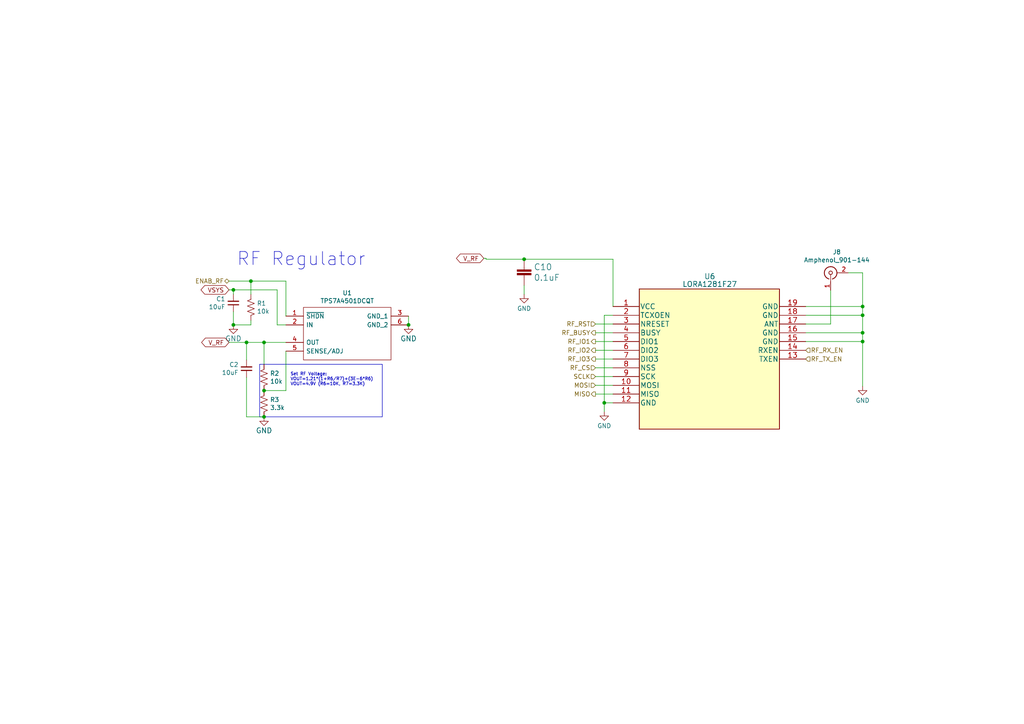
<source format=kicad_sch>
(kicad_sch (version 20231120) (generator "eeschema") (generator_version "8.0")
  (paper "A4")
  (title_block (title "PiCoral") (date "2024-08-07") (rev "1.0.0") (company "Stanford Student Space Initiative") (comment 1 "RE: Flynn Dreilinger"))
  (lib_symbols
    (symbol "Connector:Conn_Coaxial" (pin_names (offset 1.016) hide)
      (property "Reference" "J" (at 0.254 3.048 0))
      (property "Value" "Conn_Coaxial" (at 2.921 0 90))
      (symbol "Conn_Coaxial_0_1"
        (arc (start -1.778 -0.508) (mid 0.2311 -1.8066) (end 1.778 0) (stroke (width 0.254)))
        (polyline (pts (xy -2.54 0) (xy -0.508 0)))
        (polyline (pts (xy 0 -2.54) (xy 0 -1.778)))
        (circle (center 0 0) (radius 0.508) (stroke (width 0.2032)))
        (arc (start 1.778 0) (mid 0.2099 1.8101) (end -1.778 0.508) (stroke (width 0.254)))
      )
      (symbol "Conn_Coaxial_1_1"
        (pin passive line (at -5.08 0 0) (length 2.54) (name "In") (number "1"))
        (pin passive line (at 0 -5.08 90) (length 2.54) (name "Ext") (number "2"))
      )
    )
    (symbol "Device:C_Small" (pin_numbers hide) (pin_names (offset 0.254) hide)
      (property "Reference" "C" (at 0.254 1.778 0))
      (property "Value" "C_Small" (at 0.254 -2.032 0))
      (symbol "C_Small_0_1"
        (polyline (pts (xy -1.524 -0.508) (xy 1.524 -0.508)) (stroke (width 0.3302)))
        (polyline (pts (xy -1.524 0.508) (xy 1.524 0.508)) (stroke (width 0.3048)))
      )
      (symbol "C_Small_1_1"
        (pin passive line (at 0 2.54 270) (length 2.032) (name "~") (number "1"))
        (pin passive line (at 0 -2.54 90) (length 2.032) (name "~") (number "2"))
      )
    )
    (symbol "Device:R_US" (pin_numbers hide) (pin_names (offset 0))
      (property "Reference" "R" (at 2.54 0 90))
      (property "Value" "R_US" (at -2.54 0 90))
      (symbol "R_US_0_1"
        (polyline (pts (xy 0 -2.286) (xy 0 -2.54)))
        (polyline (pts (xy 0 2.286) (xy 0 2.54)))
        (polyline (pts (xy 0 -0.762) (xy 1.016 -1.143) (xy 0 -1.524) (xy -1.016 -1.905) (xy 0 -2.286)))
        (polyline (pts (xy 0 0.762) (xy 1.016 0.381) (xy 0 0) (xy -1.016 -0.381) (xy 0 -0.762)))
        (polyline (pts (xy 0 2.286) (xy 1.016 1.905) (xy 0 1.524) (xy -1.016 1.143) (xy 0 0.762)))
      )
      (symbol "R_US_1_1"
        (pin passive line (at 0 3.81 270) (length 1.27) (name "~") (number "1"))
        (pin passive line (at 0 -3.81 90) (length 1.27) (name "~") (number "2"))
      )
    )
    (symbol "mainboard:1.0UF-0603-16V-10%" (pin_names (offset 1.016))
      (property "Reference" "C" (at 1.524 2.921 0))
      (property "Value" "1.0UF-0603-16V-10%" (at 1.524 -2.159 0))
      (symbol "1.0UF-0603-16V-10%_1_0"
        (rectangle (start -2.032 0.508) (end 2.032 1.016) (fill (type outline)))
        (rectangle (start -2.032 1.524) (end 2.032 2.032) (fill (type outline)))
        (polyline (pts (xy 0 0) (xy 0 0.508)))
        (polyline (pts (xy 0 2.54) (xy 0 2.032)))
        (pin passive line (at 0 5.08 270) (length 2.54) (name "1") (number "1"))
        (pin passive line (at 0 -2.54 90) (length 2.54) (name "2") (number "2"))
      )
    )
    (symbol "mainboard:TPS7A4501DCQT" (pin_names (offset 0.762))
      (property "Reference" "IC" (at 31.75 7.62 0))
      (property "Value" "TPS7A4501DCQT" (at 31.75 5.08 0))
      (symbol "TPS7A4501DCQT_0_0"
        (pin passive line (at 0 0 0) (length 5.08) (name "~{SHDN}") (number "1"))
        (pin input line (at 0 -2.54 0) (length 5.08) (name "IN") (number "2"))
        (pin power_in line (at 35.56 0 180) (length 5.08) (name "GND_1") (number "3"))
        (pin passive line (at 0 -10.16 0) (length 5.08) (name "SENSE/ADJ") (number "5"))
        (pin power_in line (at 35.56 -2.54 180) (length 5.08) (name "GND_2") (number "6"))
      )
      (symbol "TPS7A4501DCQT_0_1"
        (polyline (pts (xy 5.08 2.54) (xy 30.48 2.54) (xy 30.48 -12.7) (xy 5.08 -12.7) (xy 5.08 2.54)) (stroke (width 0.1524)))
      )
      (symbol "TPS7A4501DCQT_1_0"
        (pin power_out line (at 0 -7.62 0) (length 5.08) (name "OUT") (number "4"))
      )
    )
    (symbol "power:GND" (power) (pin_names (offset 0))
      (property "Value" "GND" (at 0 -3.81 0))
      (symbol "GND_0_1"
        (polyline (pts (xy 0 0) (xy 0 -1.27) (xy 1.27 -1.27) (xy 0 -2.54) (xy -1.27 -1.27) (xy 0 -1.27)))
      )
      (symbol "GND_1_1"
        (pin power_in line (at 0 0 270) (length 0) hide (name "GND") (number "1"))
      )
    )
    (symbol "rpi_interface:LORA1280F27-TCXO" (pin_names (offset 0.254))
      (property "Reference" "U6" (at 28.067 8.7312 0))
      (property "Value" "LORA1280F27-TCXO" (at 28.067 6.477 0))
      (symbol "LORA1280F27-TCXO_1_0"
        (pin bidirectional line (at 55.88 -5.08 180) (length 7.62) (name "ANT") (number "17"))
      )
      (symbol "LORA1280F27-TCXO_1_1"
        (rectangle (start 7.62 5.08) (end 48.26 -35.56) (stroke (width 0.254)) (fill (type background)))
        (pin power_in line (at 0 0 0) (length 7.62) (name "VCC") (number "1"))
        (pin input line (at 0 -22.86 0) (length 7.62) (name "MOSI") (number "10"))
        (pin output line (at 0 -25.4 0) (length 7.62) (name "MISO") (number "11"))
        (pin power_in line (at 0 -27.94 0) (length 7.62) (name "GND") (number "12"))
        (pin input line (at 55.88 -15.24 180) (length 7.62) (name "TXEN") (number "13"))
        (pin input line (at 55.88 -12.7 180) (length 7.62) (name "RXEN") (number "14"))
        (pin power_in line (at 55.88 -10.16 180) (length 7.62) (name "GND") (number "15"))
        (pin power_in line (at 55.88 -7.62 180) (length 7.62) (name "GND") (number "16"))
        (pin power_in line (at 55.88 -2.54 180) (length 7.62) (name "GND") (number "18"))
        (pin power_in line (at 55.88 0 180) (length 7.62) (name "GND") (number "19"))
        (pin input line (at 0 -2.54 0) (length 7.62) (name "TCXOEN") (number "2"))
        (pin input line (at 0 -5.08 0) (length 7.62) (name "NRESET") (number "3"))
        (pin output line (at 0 -7.62 0) (length 7.62) (name "BUSY") (number "4"))
        (pin output line (at 0 -10.16 0) (length 7.62) (name "DIO1") (number "5"))
        (pin output line (at 0 -12.7 0) (length 7.62) (name "DIO2") (number "6"))
        (pin output line (at 0 -15.24 0) (length 7.62) (name "DIO3") (number "7"))
        (pin input line (at 0 -17.78 0) (length 7.62) (name "NSS") (number "8"))
        (pin input line (at 0 -20.32 0) (length 7.62) (name "SCK") (number "9"))
      )
    )
  )
  (junction (at 175.26 116.84))
  (junction (at 71.501 99.314))
  (junction (at 76.581 113.284))
  (junction (at 250.19 88.9))
  (junction (at 250.19 91.44))
  (junction (at 152.019 75.184))
  (junction (at 72.771 81.534))
  (junction (at 76.581 120.904))
  (junction (at 67.691 84.074))
  (junction (at 250.19 96.52))
  (junction (at 76.581 99.314))
  (junction (at 67.691 94.234))
  (junction (at 250.19 99.06))
  (junction (at 118.491 94.234))
  (wire (pts (xy 67.691 84.074) (xy 80.391 84.074)))
  (wire (pts (xy 80.391 94.234) (xy 82.931 94.234)))
  (wire (pts (xy 71.501 99.314) (xy 76.581 99.314)))
  (wire (pts (xy 250.19 99.06) (xy 250.19 112.014)))
  (polyline (pts (xy 110.871 120.904) (xy 110.871 105.664)))
  (wire (pts (xy 72.771 81.534) (xy 66.421 81.534)))
  (wire (pts (xy 140.97 75.184) (xy 152.019 75.184)))
  (wire (pts (xy 172.72 104.14) (xy 177.8 104.14)))
  (wire (pts (xy 172.72 96.52) (xy 177.8 96.52)))
  (wire (pts (xy 76.581 99.314) (xy 82.931 99.314)))
  (wire (pts (xy 71.501 109.474) (xy 71.501 120.904)))
  (wire (pts (xy 172.72 114.3) (xy 177.8 114.3)))
  (wire (pts (xy 175.26 116.84) (xy 175.26 119.38)))
  (wire (pts (xy 67.691 90.424) (xy 67.691 94.234)))
  (wire (pts (xy 250.19 79.121) (xy 245.999 79.121)))
  (wire (pts (xy 250.19 79.121) (xy 250.19 88.9)))
  (wire (pts (xy 72.771 92.964) (xy 72.771 94.234)))
  (wire (pts (xy 82.931 81.534) (xy 72.771 81.534)))
  (wire (pts (xy 172.72 101.6) (xy 177.8 101.6)))
  (wire (pts (xy 177.8 116.84) (xy 175.26 116.84)))
  (wire (pts (xy 76.581 105.664) (xy 76.581 99.314)))
  (wire (pts (xy 72.771 81.534) (xy 72.771 85.344)))
  (wire (pts (xy 82.931 81.534) (xy 82.931 91.694)))
  (wire (pts (xy 82.931 113.284) (xy 82.931 101.854)))
  (wire (pts (xy 71.501 104.394) (xy 71.501 99.314)))
  (wire (pts (xy 71.501 120.904) (xy 76.581 120.904)))
  (wire (pts (xy 240.919 84.201) (xy 240.919 93.98)))
  (wire (pts (xy 172.72 93.98) (xy 177.8 93.98)))
  (polyline (pts (xy 75.311 105.664) (xy 75.311 120.904)))
  (wire (pts (xy 233.68 96.52) (xy 250.19 96.52)))
  (wire (pts (xy 72.771 94.234) (xy 67.691 94.234)))
  (wire (pts (xy 118.491 94.234) (xy 118.491 91.694)))
  (wire (pts (xy 152.019 82.804) (xy 152.019 85.344)))
  (wire (pts (xy 177.8 91.44) (xy 175.26 91.44)))
  (wire (pts (xy 175.26 91.44) (xy 175.26 116.84)))
  (wire (pts (xy 140.97 74.93) (xy 140.97 75.184)))
  (polyline (pts (xy 110.871 105.664) (xy 75.311 105.664)))
  (wire (pts (xy 177.8 75.184) (xy 177.8 88.9)))
  (wire (pts (xy 233.68 93.98) (xy 240.919 93.98)))
  (wire (pts (xy 172.72 106.68) (xy 177.8 106.68)))
  (wire (pts (xy 250.19 91.44) (xy 250.19 96.52)))
  (wire (pts (xy 233.68 88.9) (xy 250.19 88.9)))
  (wire (pts (xy 172.72 109.22) (xy 177.8 109.22)))
  (wire (pts (xy 172.72 111.76) (xy 177.8 111.76)))
  (wire (pts (xy 250.19 96.52) (xy 250.19 99.06)))
  (polyline (pts (xy 75.311 120.904) (xy 110.871 120.904)))
  (wire (pts (xy 152.019 75.184) (xy 177.8 75.184)))
  (wire (pts (xy 80.391 84.074) (xy 80.391 94.234)))
  (wire (pts (xy 140.335 74.93) (xy 140.97 74.93)))
  (wire (pts (xy 172.72 99.06) (xy 177.8 99.06)))
  (wire (pts (xy 67.691 84.074) (xy 67.691 85.344)))
  (wire (pts (xy 66.421 99.314) (xy 71.501 99.314)))
  (wire (pts (xy 233.68 91.44) (xy 250.19 91.44)))
  (wire (pts (xy 250.19 88.9) (xy 250.19 91.44)))
  (wire (pts (xy 233.68 99.06) (xy 250.19 99.06)))
  (wire (pts (xy 66.421 84.074) (xy 67.691 84.074)))
  (wire (pts (xy 76.581 113.284) (xy 82.931 113.284)))
  (text "RF Regulator" (at 68.58 77.47 0) (effects (font (size 3.81 3.81)) (justify left bottom)))
  (text "Set RF Voltage:\nVOUT=1.21*(1+R6/R7)+(3E-6*R6)\nVOUT=4.9V (R6=10K, R7=3.3K)\n" (at 84.201 112.014 0) (effects (font (size 0.889 0.889)) (justify left bottom)))
  (global_label "VSYS" (shape bidirectional) (at 66.421 84.074 180) (property "Intersheetrefs" "${INTERSHEET_REFS}" (effects (hide yes))))
  (global_label "V_RF" (shape bidirectional) (at 140.335 74.93 180) (property "Intersheetrefs" "${INTERSHEET_REFS}" (effects (hide yes))))
  (global_label "V_RF" (shape bidirectional) (at 66.421 99.314 180) (property "Intersheetrefs" "${INTERSHEET_REFS}" (effects (hide yes))))
  (hierarchical_label "MOSI" (shape input) (at 172.72 111.76 180))
  (hierarchical_label "RF_TX_EN" (shape input) (at 233.68 104.14 0))
  (hierarchical_label "RF_RST" (shape input) (at 172.72 93.98 180))
  (hierarchical_label "ENAB_RF" (shape bidirectional) (at 66.421 81.534 180))
  (hierarchical_label "RF_IO2" (shape output) (at 172.72 101.6 180))
  (hierarchical_label "RF_IO1" (shape output) (at 172.72 99.06 180))
  (hierarchical_label "RF_BUSY" (shape output) (at 172.72 96.52 180))
  (hierarchical_label "RF_CS" (shape input) (at 172.72 106.68 180))
  (hierarchical_label "RF_IO3" (shape output) (at 172.72 104.14 180))
  (hierarchical_label "RF_RX_EN" (shape input) (at 233.68 101.6 0))
  (hierarchical_label "SCLK" (shape input) (at 172.72 109.22 180))
  (hierarchical_label "MISO" (shape output) (at 172.72 114.3 180))
  (symbol (lib_id "power:GND") (at 67.691 94.234 0) (unit 1)
    (property "Reference" "#GND01" (effects (hide yes)))
    (property "Value" "GND" (at 65.278 99.06 0) (effects (font (size 1.4986 1.4986)) (justify left bottom)))
  )
  (symbol (lib_id "Connector:Conn_Coaxial") (at 240.919 79.121 90) (unit 1)
    (property "Reference" "J8" (at 242.7224 73.1012 90))
    (property "Value" "Amphenol_901-144" (at 242.7224 75.4126 90))
    (property "Footprint" "Connector_Coaxial:SMA_Amphenol_901-144_Vertical" (effects (hide yes)))
    (property "Datasheet" "https://www.amphenolrf.com/library/download/link/link_id/593640/parent/901-144/" (effects (hide yes)))
    (property "Description" "Amphenol RF SMA" (effects (hide yes)))
    (property "Flight" "901-144" (effects (hide yes)))
    (property "Manufacturer_Name" "Amphenol" (effects (hide yes)))
    (property "Manufacturer_Part_Number" "901-144" (effects (hide yes)))
    (property "Proto" "901-144" (effects (hide yes)))
  )
  (symbol (lib_id "power:GND") (at 175.26 119.38 0) (unit 1)
    (property "Reference" "#PWR021" (effects (hide yes)))
    (property "Value" "GND" (at 175.26 123.5155 0))
  )
  (symbol (lib_id "mainboard:TPS7A4501DCQT") (at 82.931 91.694 0) (unit 1)
    (property "Reference" "U1" (at 100.711 84.963 0))
    (property "Value" "TPS7A4501DCQT" (at 100.711 87.2744 0))
    (property "Footprint" "mainboard:TPS7A4501DCQT" (effects (hide yes)))
    (property "Datasheet" "http://docs-emea.rs-online.com/webdocs/130f/0900766b8130f550.pdf" (effects (hide yes)))
    (property "Description" "LOW-NOISE FAST-TRANSIENT-RESPONSE 1.5-A LOW-DROPOUT VOLTAGE%D REGULATORS" (effects (hide yes)))
    (property "Flight" "TPS7A4501DCQT" (effects (hide yes)))
    (property "Manufacturer_Name" "Texas Instruments" (effects (hide yes)))
    (property "Manufacturer_Part_Number" "TPS7A4501DCQT" (effects (hide yes)))
    (property "Proto" "TPS7A4501DCQT" (effects (hide yes)))
    (property "Height" "1.8" (effects (hide yes)))
    (property "Arrow Part Number" "TPS7A4501DCQT" (effects (hide yes)))
    (property "Arrow Price/Stock" "https://www.arrow.com/en/products/tps7a4501dcqt/texas-instruments" (effects (hide yes)))
    (property "Mouser Part Number" "595-TPS7A4501DCQT" (effects (hide yes)))
    (property "Mouser Price/Stock" "https://www.mouser.co.uk/ProductDetail/Texas-Instruments/TPS7A4501DCQT?qs=g0HfZ8wh75DefRsz0DtlDw%3D%3D" (effects (hide yes)))
  )
  (symbol (lib_id "mainboard:1.0UF-0603-16V-10%") (at 152.019 80.264 0) (unit 1)
    (property "Reference" "C10" (at 154.7622 77.4446 0) (effects (font (size 1.778 1.778)) (justify left)))
    (property "Value" "0.1uF" (at 154.7622 80.518 0) (effects (font (size 1.778 1.778)) (justify left)))
    (property "Footprint" "Capacitor_SMD:C_0603_1608Metric_Pad1.08x0.95mm_HandSolder" (effects (hide yes)))
    (property "Description" "1uF 0603 X7R" (effects (hide yes)))
  )
  (symbol (lib_id "power:GND") (at 152.019 85.344 0) (unit 1)
    (property "Reference" "#PWR019" (effects (hide yes)))
    (property "Value" "GND" (at 152.019 89.4795 0))
  )
  (symbol (lib_id "Device:R_US") (at 76.581 117.094 0) (mirror y) (unit 1)
    (property "Reference" "R3" (at 78.3082 115.9256 0) (effects (justify right)))
    (property "Value" "3.3k" (at 78.3082 118.237 0) (effects (justify right)))
    (property "Footprint" "Resistor_SMD:R_0603_1608Metric_Pad0.98x0.95mm_HandSolder" (effects (hide yes)))
    (property "Description" "3.3K 0603" (effects (hide yes)))
  )
  (symbol (lib_id "power:GND") (at 76.581 120.904 0) (unit 1)
    (property "Reference" "#GND02" (effects (hide yes)))
    (property "Value" "GND" (at 74.168 125.73 0) (effects (font (size 1.4986 1.4986)) (justify left bottom)))
  )
  (symbol (lib_id "Device:R_US") (at 76.581 109.474 0) (mirror y) (unit 1)
    (property "Reference" "R2" (at 78.3082 108.3056 0) (effects (justify right)))
    (property "Value" "10k" (at 78.3082 110.617 0) (effects (justify right)))
    (property "Footprint" "Resistor_SMD:R_0603_1608Metric_Pad0.98x0.95mm_HandSolder" (effects (hide yes)))
    (property "Description" "10K 0603" (effects (hide yes)))
  )
  (symbol (lib_id "Device:R_US") (at 72.771 89.154 0) (mirror y) (unit 1)
    (property "Reference" "R1" (at 74.4982 87.9856 0) (effects (justify right)))
    (property "Value" "10k" (at 74.4982 90.297 0) (effects (justify right)))
    (property "Footprint" "Resistor_SMD:R_0603_1608Metric_Pad0.98x0.95mm_HandSolder" (effects (hide yes)))
    (property "Description" "10K 0603" (effects (hide yes)))
  )
  (symbol (lib_id "Device:C_Small") (at 67.691 87.884 180) (unit 1)
    (property "Reference" "C1" (at 65.3796 86.7156 0) (effects (justify left)))
    (property "Value" "10uF" (at 65.3796 89.027 0) (effects (justify left)))
    (property "Footprint" "Capacitor_SMD:C_0603_1608Metric_Pad1.08x0.95mm_HandSolder" (effects (hide yes)))
    (property "Description" "10uF +-20% 10V X5R" (effects (hide yes)))
  )
  (symbol (lib_id "rpi_interface:LORA1280F27-TCXO") (at 177.8 88.9 0) (unit 1)
    (property "Reference" "U6" (at 205.867 80.1688 0) (effects (font (size 1.524 1.524))))
    (property "Value" "LORA1281F27" (at 205.867 82.423 0) (effects (font (size 1.524 1.524))))
    (property "Footprint" "adcs:LORA128XF27" (effects (hide yes)))
    (property "Datasheet" "https://file.fomille.site/1260815565112336386/1650759420204007426.pdf" (effects (hide yes)))
  )
  (symbol (lib_id "power:GND") (at 118.491 94.234 0) (unit 1)
    (property "Reference" "#GND05" (effects (hide yes)))
    (property "Value" "GND" (at 116.078 99.06 0) (effects (font (size 1.4986 1.4986)) (justify left bottom)))
  )
  (symbol (lib_id "Device:C_Small") (at 71.501 106.934 180) (unit 1)
    (property "Reference" "C2" (at 69.1896 105.7656 0) (effects (justify left)))
    (property "Value" "10uF" (at 69.1896 108.077 0) (effects (justify left)))
    (property "Footprint" "Capacitor_SMD:C_0603_1608Metric_Pad1.08x0.95mm_HandSolder" (effects (hide yes)))
    (property "Description" "10uF +-20% 10V X5R" (effects (hide yes)))
  )
  (symbol (lib_id "power:GND") (at 250.19 112.014 0) (unit 1)
    (property "Reference" "#PWR022" (effects (hide yes)))
    (property "Value" "GND" (at 250.19 116.1495 0))
  )
)
</source>
